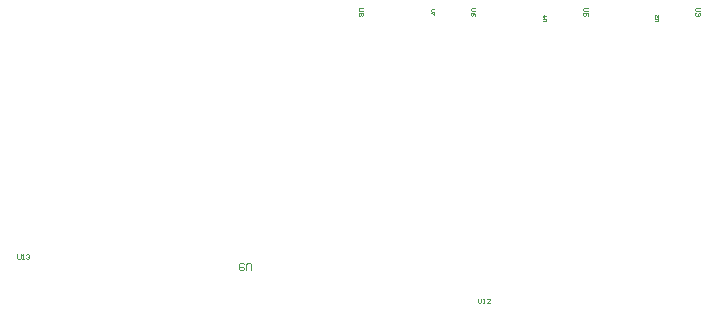
<source format=gbr>
%TF.GenerationSoftware,Altium Limited,Altium Designer,21.0.9 (235)*%
G04 Layer_Color=16711935*
%FSLAX45Y45*%
%MOMM*%
%TF.SameCoordinates,22D8F9FD-25AF-47CB-AFD4-ABA5F5DCC75B*%
%TF.FilePolarity,Positive*%
%TF.FileFunction,Other,Mechanical_1*%
%TF.Part,Single*%
G01*
G75*
%TA.AperFunction,NonConductor*%
%ADD148C,0.10000*%
%ADD149C,0.06000*%
%ADD150C,0.05000*%
D148*
X4289700Y1015420D02*
Y1065404D01*
X4279703Y1075400D01*
X4259710D01*
X4249713Y1065404D01*
Y1015420D01*
X4229720Y1065404D02*
X4219723Y1075400D01*
X4199729D01*
X4189733Y1065404D01*
Y1025417D01*
X4199729Y1015420D01*
X4219723D01*
X4229720Y1025417D01*
Y1035413D01*
X4219723Y1045410D01*
X4189733D01*
D149*
X8089587Y3238500D02*
X8056264D01*
X8049600Y3231836D01*
Y3218506D01*
X8056264Y3211842D01*
X8089587D01*
X8082922Y3198513D02*
X8089587Y3191849D01*
Y3178519D01*
X8082922Y3171855D01*
X8076258D01*
X8069593Y3178519D01*
Y3185184D01*
Y3178519D01*
X8062929Y3171855D01*
X8056264D01*
X8049600Y3178519D01*
Y3191849D01*
X8056264Y3198513D01*
X7139587Y3238500D02*
X7106264D01*
X7099600Y3231836D01*
Y3218506D01*
X7106264Y3211842D01*
X7139587D01*
Y3171855D02*
Y3198513D01*
X7119594D01*
X7126258Y3185184D01*
Y3178519D01*
X7119594Y3171855D01*
X7106264D01*
X7099600Y3178519D01*
Y3191849D01*
X7106264Y3198513D01*
X6189587Y3238500D02*
X6156265D01*
X6149600Y3231836D01*
Y3218506D01*
X6156265Y3211842D01*
X6189587D01*
Y3171855D02*
X6182923Y3185184D01*
X6169594Y3198513D01*
X6156265D01*
X6149600Y3191849D01*
Y3178519D01*
X6156265Y3171855D01*
X6162929D01*
X6169594Y3178519D01*
Y3198513D01*
X6211500Y777287D02*
Y743964D01*
X6218164Y737300D01*
X6231494D01*
X6238158Y743964D01*
Y777287D01*
X6251487Y737300D02*
X6264816D01*
X6258151D01*
Y777287D01*
X6251487Y770623D01*
X6311467Y737300D02*
X6284809D01*
X6311467Y763958D01*
Y770623D01*
X6304803Y777287D01*
X6291474D01*
X6284809Y770623D01*
X2311500Y1152287D02*
Y1118964D01*
X2318165Y1112300D01*
X2331494D01*
X2338158Y1118964D01*
Y1152287D01*
X2351487Y1112300D02*
X2364816D01*
X2358151D01*
Y1152287D01*
X2351487Y1145623D01*
X2384810D02*
X2391474Y1152287D01*
X2404803D01*
X2411468Y1145623D01*
Y1138958D01*
X2404803Y1132294D01*
X2398138D01*
X2404803D01*
X2411468Y1125629D01*
Y1118964D01*
X2404803Y1112300D01*
X2391474D01*
X2384810Y1118964D01*
X5239587Y3238500D02*
X5206265D01*
X5199600Y3231836D01*
Y3218506D01*
X5206265Y3211842D01*
X5239587D01*
X5232923Y3198513D02*
X5239587Y3191849D01*
Y3178519D01*
X5232923Y3171855D01*
X5226258D01*
X5219594Y3178519D01*
X5212929Y3171855D01*
X5206265D01*
X5199600Y3178519D01*
Y3191849D01*
X5206265Y3198513D01*
X5212929D01*
X5219594Y3191849D01*
X5226258Y3198513D01*
X5232923D01*
X5219594Y3191849D02*
Y3178519D01*
D150*
X7707710Y3124200D02*
X7732701D01*
X7737700Y3129198D01*
Y3139195D01*
X7732701Y3144194D01*
X7707710D01*
X7737700Y3174184D02*
Y3154190D01*
X7717706Y3174184D01*
X7712708D01*
X7707710Y3169185D01*
Y3159189D01*
X7712708Y3154190D01*
X6757710Y3124200D02*
X6782701D01*
X6787700Y3129198D01*
Y3139195D01*
X6782701Y3144194D01*
X6757710D01*
X6787700Y3169185D02*
X6757710D01*
X6772705Y3154190D01*
Y3174184D01*
X5842290Y3225800D02*
X5817298D01*
X5812300Y3220802D01*
Y3210805D01*
X5817298Y3205806D01*
X5842290D01*
Y3195810D02*
Y3175816D01*
X5837292D01*
X5817298Y3195810D01*
X5812300D01*
%TF.MD5,6ed42533bfec950d20e12fe7d7a89367*%
M02*

</source>
